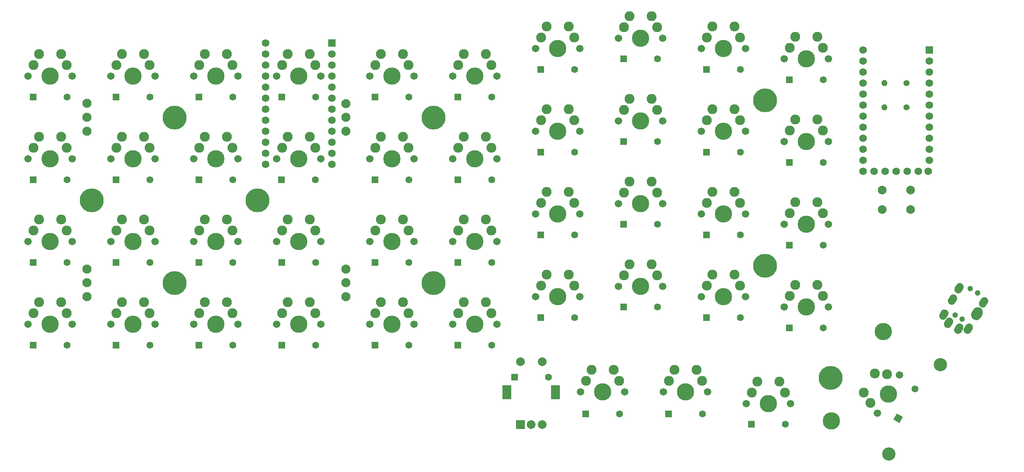
<source format=gbr>
%TF.GenerationSoftware,KiCad,Pcbnew,(5.1.9-0-10_14)*%
%TF.CreationDate,2021-09-05T14:47:07-05:00*%
%TF.ProjectId,wren-universal,7772656e-2d75-46e6-9976-657273616c2e,rev?*%
%TF.SameCoordinates,Original*%
%TF.FileFunction,Soldermask,Top*%
%TF.FilePolarity,Negative*%
%FSLAX46Y46*%
G04 Gerber Fmt 4.6, Leading zero omitted, Abs format (unit mm)*
G04 Created by KiCad (PCBNEW (5.1.9-0-10_14)) date 2021-09-05 14:47:07*
%MOMM*%
%LPD*%
G01*
G04 APERTURE LIST*
%ADD10C,2.100000*%
%ADD11C,1.701800*%
%ADD12C,2.286000*%
%ADD13C,3.987800*%
%ADD14C,1.752600*%
%ADD15R,1.752600X1.752600*%
%ADD16C,5.500000*%
%ADD17C,1.300000*%
%ADD18C,3.048000*%
%ADD19C,1.600000*%
%ADD20R,1.600000X1.600000*%
%ADD21O,1.400000X1.400000*%
%ADD22C,1.400000*%
%ADD23C,0.100000*%
%ADD24C,2.000000*%
%ADD25R,2.000000X3.200000*%
%ADD26R,2.000000X2.000000*%
G04 APERTURE END LIST*
D10*
%TO.C,FID10*%
X57143750Y-113855500D03*
%TD*%
%TO.C,FID11*%
X57143750Y-107505500D03*
%TD*%
%TO.C,FID8*%
X57143750Y-110648750D03*
%TD*%
%TO.C,FID13*%
X57143750Y-75755500D03*
%TD*%
%TO.C,FID12*%
X57143750Y-72548750D03*
%TD*%
%TO.C,FID14*%
X57143750Y-69278500D03*
%TD*%
%TO.C,FID6*%
X116706750Y-75755500D03*
%TD*%
%TO.C,FID5*%
X116706750Y-72548750D03*
%TD*%
%TO.C,FID4*%
X116706750Y-69405500D03*
%TD*%
%TO.C,FID9*%
X116706750Y-113855500D03*
%TD*%
%TO.C,FID15*%
X116706750Y-110648750D03*
%TD*%
%TO.C,FID7*%
X116706750Y-107505500D03*
%TD*%
D11*
%TO.C,MX27*%
X100806250Y-101155500D03*
X110966250Y-101155500D03*
D12*
X102076250Y-98615500D03*
D13*
X105886250Y-101155500D03*
D12*
X108426250Y-96075500D03*
X103346250Y-96075500D03*
X109696250Y-98615500D03*
%TD*%
D14*
%TO.C,U2*%
X98244250Y-55435500D03*
X113484250Y-83375500D03*
X98244250Y-57975500D03*
X98244250Y-60515500D03*
X98244250Y-63055500D03*
X98244250Y-65595500D03*
X98244250Y-68135500D03*
X98244250Y-70675500D03*
X98244250Y-73215500D03*
X98244250Y-75755500D03*
X98244250Y-78295500D03*
X98244250Y-80835500D03*
X98244250Y-83375500D03*
X113484250Y-80835500D03*
X113484250Y-78295500D03*
X113484250Y-75755500D03*
X113484250Y-73215500D03*
X113484250Y-70675500D03*
X113484250Y-68135500D03*
X113484250Y-65595500D03*
X113484250Y-63055500D03*
X113484250Y-60515500D03*
X113484250Y-57975500D03*
D15*
X113484250Y-55435500D03*
%TD*%
D16*
%TO.C,H9*%
X58254250Y-91630500D03*
%TD*%
%TO.C,H8*%
X96342250Y-91630500D03*
%TD*%
%TO.C,J1*%
G36*
G01*
X260557204Y-117442649D02*
X260907204Y-116836431D01*
G75*
G02*
X262546434Y-116397201I1039230J-600000D01*
G01*
X262546434Y-116397201D01*
G75*
G02*
X262985664Y-118036431I-600000J-1039230D01*
G01*
X262635664Y-118642649D01*
G75*
G02*
X260996434Y-119081879I-1039230J600000D01*
G01*
X260996434Y-119081879D01*
G75*
G02*
X260557204Y-117442649I600000J1039230D01*
G01*
G37*
G36*
G01*
X262317011Y-114994573D02*
X262667011Y-114388355D01*
G75*
G02*
X263896434Y-114058932I779423J-450000D01*
G01*
X263896434Y-114058932D01*
G75*
G02*
X264225857Y-115288355I-450000J-779423D01*
G01*
X263875857Y-115894573D01*
G75*
G02*
X262646434Y-116223996I-779423J450000D01*
G01*
X262646434Y-116223996D01*
G75*
G02*
X262317011Y-114994573I450000J779423D01*
G01*
G37*
G36*
G01*
X258817011Y-121056751D02*
X259167011Y-120450533D01*
G75*
G02*
X260396434Y-120121110I779423J-450000D01*
G01*
X260396434Y-120121110D01*
G75*
G02*
X260725857Y-121350533I-450000J-779423D01*
G01*
X260375857Y-121956751D01*
G75*
G02*
X259146434Y-122286174I-779423J450000D01*
G01*
X259146434Y-122286174D01*
G75*
G02*
X258817011Y-121056751I450000J779423D01*
G01*
G37*
G36*
G01*
X254283294Y-119709379D02*
X254633294Y-119103161D01*
G75*
G02*
X255862717Y-118773738I779423J-450000D01*
G01*
X255862717Y-118773738D01*
G75*
G02*
X256192140Y-120003161I-450000J-779423D01*
G01*
X255842140Y-120609379D01*
G75*
G02*
X254612717Y-120938802I-779423J450000D01*
G01*
X254612717Y-120938802D01*
G75*
G02*
X254283294Y-119709379I450000J779423D01*
G01*
G37*
D17*
X258379576Y-119014411D03*
X261879576Y-112952233D03*
X260234127Y-112002233D03*
X256734127Y-118064411D03*
G36*
G01*
X256621563Y-121059379D02*
X256971563Y-120453161D01*
G75*
G02*
X258200986Y-120123738I779423J-450000D01*
G01*
X258200986Y-120123738D01*
G75*
G02*
X258530409Y-121353161I-450000J-779423D01*
G01*
X258180409Y-121959379D01*
G75*
G02*
X256950986Y-122288802I-779423J450000D01*
G01*
X256950986Y-122288802D01*
G75*
G02*
X256621563Y-121059379I450000J779423D01*
G01*
G37*
G36*
G01*
X253187846Y-117806751D02*
X253537846Y-117200533D01*
G75*
G02*
X254767269Y-116871110I779423J-450000D01*
G01*
X254767269Y-116871110D01*
G75*
G02*
X255096692Y-118100533I-450000J-779423D01*
G01*
X254746692Y-118706751D01*
G75*
G02*
X253517269Y-119036174I-779423J450000D01*
G01*
X253517269Y-119036174D01*
G75*
G02*
X253187846Y-117806751I450000J779423D01*
G01*
G37*
G36*
G01*
X256687846Y-111744573D02*
X257037846Y-111138355D01*
G75*
G02*
X258267269Y-110808932I779423J-450000D01*
G01*
X258267269Y-110808932D01*
G75*
G02*
X258596692Y-112038355I-450000J-779423D01*
G01*
X258246692Y-112644573D01*
G75*
G02*
X257017269Y-112973996I-779423J450000D01*
G01*
X257017269Y-112973996D01*
G75*
G02*
X256687846Y-111744573I450000J779423D01*
G01*
G37*
G36*
G01*
X255187846Y-114342649D02*
X255537846Y-113736431D01*
G75*
G02*
X256767269Y-113407008I779423J-450000D01*
G01*
X256767269Y-113407008D01*
G75*
G02*
X257096692Y-114636431I-450000J-779423D01*
G01*
X256746692Y-115242649D01*
G75*
G02*
X255517269Y-115572072I-779423J450000D01*
G01*
X255517269Y-115572072D01*
G75*
G02*
X255187846Y-114342649I450000J779423D01*
G01*
G37*
%TD*%
D11*
%TO.C,MX39*%
X62706250Y-120205500D03*
X72866250Y-120205500D03*
D12*
X63976250Y-117665500D03*
D13*
X67786250Y-120205500D03*
D12*
X70326250Y-115125500D03*
X65246250Y-115125500D03*
X71596250Y-117665500D03*
%TD*%
D11*
%TO.C,MX36*%
X122237500Y-120205500D03*
X132397500Y-120205500D03*
D12*
X123507500Y-117665500D03*
D13*
X127317500Y-120205500D03*
D12*
X129857500Y-115125500D03*
X124777500Y-115125500D03*
X131127500Y-117665500D03*
%TD*%
D18*
%TO.C,FID1*%
X253388187Y-129489548D03*
X241488187Y-150100952D03*
D13*
X240189960Y-121869548D03*
X228289960Y-142480952D03*
%TD*%
D11*
%TO.C,MX21*%
X217487500Y-97186750D03*
X227647500Y-97186750D03*
D12*
X218757500Y-94646750D03*
D13*
X222567500Y-97186750D03*
D12*
X225107500Y-92106750D03*
X220027500Y-92106750D03*
X226377500Y-94646750D03*
%TD*%
D11*
%TO.C,MX41*%
X238849000Y-140702159D03*
X243929000Y-131903341D03*
D12*
X237284295Y-138332307D03*
D13*
X241389000Y-136302750D03*
D12*
X238259591Y-131563045D03*
X235719591Y-135962455D03*
X241094295Y-131733193D03*
%TD*%
D11*
%TO.C,MX10*%
X43656250Y-63055500D03*
X53816250Y-63055500D03*
D12*
X44926250Y-60515500D03*
D13*
X48736250Y-63055500D03*
D12*
X51276250Y-57975500D03*
X46196250Y-57975500D03*
X52546250Y-60515500D03*
%TD*%
D11*
%TO.C,MX15*%
X141287500Y-82105500D03*
X151447500Y-82105500D03*
D12*
X142557500Y-79565500D03*
D13*
X146367500Y-82105500D03*
D12*
X148907500Y-77025500D03*
X143827500Y-77025500D03*
X150177500Y-79565500D03*
%TD*%
D11*
%TO.C,MX44*%
X170650000Y-135794750D03*
X180810000Y-135794750D03*
D12*
X171920000Y-133254750D03*
D13*
X175730000Y-135794750D03*
D12*
X178270000Y-130714750D03*
X173190000Y-130714750D03*
X179540000Y-133254750D03*
%TD*%
D11*
%TO.C,MX43*%
X189700000Y-135794750D03*
X199860000Y-135794750D03*
D12*
X190970000Y-133254750D03*
D13*
X194780000Y-135794750D03*
D12*
X197320000Y-130714750D03*
X192240000Y-130714750D03*
X198590000Y-133254750D03*
%TD*%
D11*
%TO.C,MX42*%
X208750000Y-138461750D03*
X218910000Y-138461750D03*
D12*
X210020000Y-135921750D03*
D13*
X213830000Y-138461750D03*
D12*
X216370000Y-133381750D03*
X211290000Y-133381750D03*
X217640000Y-135921750D03*
%TD*%
D11*
%TO.C,MX40*%
X43656250Y-120205500D03*
X53816250Y-120205500D03*
D12*
X44926250Y-117665500D03*
D13*
X48736250Y-120205500D03*
D12*
X51276250Y-115125500D03*
X46196250Y-115125500D03*
X52546250Y-117665500D03*
%TD*%
D11*
%TO.C,MX38*%
X81756250Y-120205500D03*
X91916250Y-120205500D03*
D12*
X83026250Y-117665500D03*
D13*
X86836250Y-120205500D03*
D12*
X89376250Y-115125500D03*
X84296250Y-115125500D03*
X90646250Y-117665500D03*
%TD*%
D11*
%TO.C,MX37*%
X100806250Y-120205500D03*
X110966250Y-120205500D03*
D12*
X102076250Y-117665500D03*
D13*
X105886250Y-120205500D03*
D12*
X108426250Y-115125500D03*
X103346250Y-115125500D03*
X109696250Y-117665500D03*
%TD*%
D11*
%TO.C,MX35*%
X141287500Y-120205500D03*
X151447500Y-120205500D03*
D12*
X142557500Y-117665500D03*
D13*
X146367500Y-120205500D03*
D12*
X148907500Y-115125500D03*
X143827500Y-115125500D03*
X150177500Y-117665500D03*
%TD*%
D11*
%TO.C,MX34*%
X160337500Y-113855500D03*
X170497500Y-113855500D03*
D12*
X161607500Y-111315500D03*
D13*
X165417500Y-113855500D03*
D12*
X167957500Y-108775500D03*
X162877500Y-108775500D03*
X169227500Y-111315500D03*
%TD*%
D11*
%TO.C,MX33*%
X179387500Y-111474250D03*
X189547500Y-111474250D03*
D12*
X180657500Y-108934250D03*
D13*
X184467500Y-111474250D03*
D12*
X187007500Y-106394250D03*
X181927500Y-106394250D03*
X188277500Y-108934250D03*
%TD*%
D11*
%TO.C,MX32*%
X198437500Y-113855500D03*
X208597500Y-113855500D03*
D12*
X199707500Y-111315500D03*
D13*
X203517500Y-113855500D03*
D12*
X206057500Y-108775500D03*
X200977500Y-108775500D03*
X207327500Y-111315500D03*
%TD*%
D11*
%TO.C,MX31*%
X217487500Y-116236750D03*
X227647500Y-116236750D03*
D12*
X218757500Y-113696750D03*
D13*
X222567500Y-116236750D03*
D12*
X225107500Y-111156750D03*
X220027500Y-111156750D03*
X226377500Y-113696750D03*
%TD*%
D11*
%TO.C,MX30*%
X43656250Y-101155500D03*
X53816250Y-101155500D03*
D12*
X44926250Y-98615500D03*
D13*
X48736250Y-101155500D03*
D12*
X51276250Y-96075500D03*
X46196250Y-96075500D03*
X52546250Y-98615500D03*
%TD*%
D11*
%TO.C,MX29*%
X62706250Y-101155500D03*
X72866250Y-101155500D03*
D12*
X63976250Y-98615500D03*
D13*
X67786250Y-101155500D03*
D12*
X70326250Y-96075500D03*
X65246250Y-96075500D03*
X71596250Y-98615500D03*
%TD*%
D11*
%TO.C,MX28*%
X81756250Y-101155500D03*
X91916250Y-101155500D03*
D12*
X83026250Y-98615500D03*
D13*
X86836250Y-101155500D03*
D12*
X89376250Y-96075500D03*
X84296250Y-96075500D03*
X90646250Y-98615500D03*
%TD*%
D11*
%TO.C,MX26*%
X122237500Y-101155500D03*
X132397500Y-101155500D03*
D12*
X123507500Y-98615500D03*
D13*
X127317500Y-101155500D03*
D12*
X129857500Y-96075500D03*
X124777500Y-96075500D03*
X131127500Y-98615500D03*
%TD*%
D11*
%TO.C,MX25*%
X141287500Y-101155500D03*
X151447500Y-101155500D03*
D12*
X142557500Y-98615500D03*
D13*
X146367500Y-101155500D03*
D12*
X148907500Y-96075500D03*
X143827500Y-96075500D03*
X150177500Y-98615500D03*
%TD*%
D11*
%TO.C,MX24*%
X160337500Y-94805500D03*
X170497500Y-94805500D03*
D12*
X161607500Y-92265500D03*
D13*
X165417500Y-94805500D03*
D12*
X167957500Y-89725500D03*
X162877500Y-89725500D03*
X169227500Y-92265500D03*
%TD*%
D11*
%TO.C,MX23*%
X179387500Y-92424250D03*
X189547500Y-92424250D03*
D12*
X180657500Y-89884250D03*
D13*
X184467500Y-92424250D03*
D12*
X187007500Y-87344250D03*
X181927500Y-87344250D03*
X188277500Y-89884250D03*
%TD*%
D11*
%TO.C,MX22*%
X198437500Y-94805500D03*
X208597500Y-94805500D03*
D12*
X199707500Y-92265500D03*
D13*
X203517500Y-94805500D03*
D12*
X206057500Y-89725500D03*
X200977500Y-89725500D03*
X207327500Y-92265500D03*
%TD*%
D11*
%TO.C,MX20*%
X43656250Y-82105500D03*
X53816250Y-82105500D03*
D12*
X44926250Y-79565500D03*
D13*
X48736250Y-82105500D03*
D12*
X51276250Y-77025500D03*
X46196250Y-77025500D03*
X52546250Y-79565500D03*
%TD*%
D11*
%TO.C,MX19*%
X62706250Y-82105500D03*
X72866250Y-82105500D03*
D12*
X63976250Y-79565500D03*
D13*
X67786250Y-82105500D03*
D12*
X70326250Y-77025500D03*
X65246250Y-77025500D03*
X71596250Y-79565500D03*
%TD*%
D11*
%TO.C,MX18*%
X81756250Y-82105500D03*
X91916250Y-82105500D03*
D12*
X83026250Y-79565500D03*
D13*
X86836250Y-82105500D03*
D12*
X89376250Y-77025500D03*
X84296250Y-77025500D03*
X90646250Y-79565500D03*
%TD*%
D11*
%TO.C,MX17*%
X100806250Y-82105500D03*
X110966250Y-82105500D03*
D12*
X102076250Y-79565500D03*
D13*
X105886250Y-82105500D03*
D12*
X108426250Y-77025500D03*
X103346250Y-77025500D03*
X109696250Y-79565500D03*
%TD*%
D11*
%TO.C,MX16*%
X122237500Y-82105500D03*
X132397500Y-82105500D03*
D12*
X123507500Y-79565500D03*
D13*
X127317500Y-82105500D03*
D12*
X129857500Y-77025500D03*
X124777500Y-77025500D03*
X131127500Y-79565500D03*
%TD*%
D11*
%TO.C,MX14*%
X160337500Y-75755500D03*
X170497500Y-75755500D03*
D12*
X161607500Y-73215500D03*
D13*
X165417500Y-75755500D03*
D12*
X167957500Y-70675500D03*
X162877500Y-70675500D03*
X169227500Y-73215500D03*
%TD*%
D11*
%TO.C,MX13*%
X179387500Y-73374250D03*
X189547500Y-73374250D03*
D12*
X180657500Y-70834250D03*
D13*
X184467500Y-73374250D03*
D12*
X187007500Y-68294250D03*
X181927500Y-68294250D03*
X188277500Y-70834250D03*
%TD*%
D11*
%TO.C,MX12*%
X198437500Y-75755500D03*
X208597500Y-75755500D03*
D12*
X199707500Y-73215500D03*
D13*
X203517500Y-75755500D03*
D12*
X206057500Y-70675500D03*
X200977500Y-70675500D03*
X207327500Y-73215500D03*
%TD*%
D11*
%TO.C,MX11*%
X217487500Y-78136750D03*
X227647500Y-78136750D03*
D12*
X218757500Y-75596750D03*
D13*
X222567500Y-78136750D03*
D12*
X225107500Y-73056750D03*
X220027500Y-73056750D03*
X226377500Y-75596750D03*
%TD*%
D11*
%TO.C,MX9*%
X62706250Y-63055500D03*
X72866250Y-63055500D03*
D12*
X63976250Y-60515500D03*
D13*
X67786250Y-63055500D03*
D12*
X70326250Y-57975500D03*
X65246250Y-57975500D03*
X71596250Y-60515500D03*
%TD*%
D11*
%TO.C,MX8*%
X81756250Y-63055500D03*
X91916250Y-63055500D03*
D12*
X83026250Y-60515500D03*
D13*
X86836250Y-63055500D03*
D12*
X89376250Y-57975500D03*
X84296250Y-57975500D03*
X90646250Y-60515500D03*
%TD*%
D11*
%TO.C,MX7*%
X100806250Y-63055500D03*
X110966250Y-63055500D03*
D12*
X102076250Y-60515500D03*
D13*
X105886250Y-63055500D03*
D12*
X108426250Y-57975500D03*
X103346250Y-57975500D03*
X109696250Y-60515500D03*
%TD*%
D11*
%TO.C,MX6*%
X122237500Y-63055500D03*
X132397500Y-63055500D03*
D12*
X123507500Y-60515500D03*
D13*
X127317500Y-63055500D03*
D12*
X129857500Y-57975500D03*
X124777500Y-57975500D03*
X131127500Y-60515500D03*
%TD*%
D11*
%TO.C,MX5*%
X141287500Y-63055500D03*
X151447500Y-63055500D03*
D12*
X142557500Y-60515500D03*
D13*
X146367500Y-63055500D03*
D12*
X148907500Y-57975500D03*
X143827500Y-57975500D03*
X150177500Y-60515500D03*
%TD*%
D11*
%TO.C,MX4*%
X160337500Y-56705500D03*
X170497500Y-56705500D03*
D12*
X161607500Y-54165500D03*
D13*
X165417500Y-56705500D03*
D12*
X167957500Y-51625500D03*
X162877500Y-51625500D03*
X169227500Y-54165500D03*
%TD*%
D11*
%TO.C,MX3*%
X179387500Y-54324250D03*
X189547500Y-54324250D03*
D12*
X180657500Y-51784250D03*
D13*
X184467500Y-54324250D03*
D12*
X187007500Y-49244250D03*
X181927500Y-49244250D03*
X188277500Y-51784250D03*
%TD*%
D11*
%TO.C,MX2*%
X198437500Y-56705500D03*
X208597500Y-56705500D03*
D12*
X199707500Y-54165500D03*
D13*
X203517500Y-56705500D03*
D12*
X206057500Y-51625500D03*
X200977500Y-51625500D03*
X207327500Y-54165500D03*
%TD*%
D11*
%TO.C,MX1*%
X217487500Y-59086750D03*
X227647500Y-59086750D03*
D12*
X218757500Y-56546750D03*
D13*
X222567500Y-59086750D03*
D12*
X225107500Y-54006750D03*
X220027500Y-54006750D03*
X226377500Y-56546750D03*
%TD*%
D14*
%TO.C,U1*%
X248285000Y-84963000D03*
X245745000Y-84963000D03*
X243205000Y-84963000D03*
X240665000Y-84963000D03*
X238125000Y-84963000D03*
X235585000Y-57023000D03*
X250596400Y-84963000D03*
X235585000Y-59563000D03*
X235585000Y-62103000D03*
X235585000Y-64643000D03*
X235585000Y-67183000D03*
X235585000Y-69723000D03*
X235585000Y-72263000D03*
X235585000Y-74803000D03*
X235585000Y-77343000D03*
X235585000Y-79883000D03*
X235585000Y-82423000D03*
X235585000Y-84963000D03*
X250825000Y-82423000D03*
X250825000Y-79883000D03*
X250825000Y-77343000D03*
X250825000Y-74803000D03*
X250825000Y-72263000D03*
X250825000Y-69723000D03*
X250825000Y-67183000D03*
X250825000Y-64643000D03*
X250825000Y-62103000D03*
X250825000Y-59563000D03*
D15*
X250825000Y-57023000D03*
%TD*%
D19*
%TO.C,D43*%
X198680000Y-140843000D03*
D20*
X190880000Y-140843000D03*
%TD*%
D16*
%TO.C,H7*%
X228155500Y-132556250D03*
%TD*%
%TO.C,H6*%
X213042500Y-106711750D03*
%TD*%
%TO.C,H5*%
X136842500Y-110680500D03*
%TD*%
%TO.C,H4*%
X77305000Y-110680500D03*
%TD*%
%TO.C,H3*%
X213042500Y-68611750D03*
%TD*%
%TO.C,H2*%
X136842500Y-72580500D03*
%TD*%
%TO.C,H1*%
X77305000Y-72580500D03*
%TD*%
D21*
%TO.C,R2*%
X240490000Y-70199250D03*
D22*
X245570000Y-70199250D03*
%TD*%
D21*
%TO.C,R1*%
X240490000Y-64643000D03*
D22*
X245570000Y-64643000D03*
%TD*%
D19*
%TO.C,D45*%
X163247000Y-132365750D03*
D20*
X155447000Y-132365750D03*
%TD*%
D19*
%TO.C,D44*%
X179630000Y-140843000D03*
D20*
X171830000Y-140843000D03*
%TD*%
D19*
%TO.C,D42*%
X217730000Y-143224250D03*
D20*
X209930000Y-143224250D03*
%TD*%
D19*
%TO.C,D41*%
X247523000Y-135084251D03*
D23*
G36*
X243915820Y-142932069D02*
G01*
X242530180Y-142132069D01*
X243330180Y-140746429D01*
X244715820Y-141546429D01*
X243915820Y-142932069D01*
G37*
%TD*%
D19*
%TO.C,D40*%
X52630000Y-124968000D03*
D20*
X44830000Y-124968000D03*
%TD*%
D19*
%TO.C,D39*%
X71680000Y-124968000D03*
D20*
X63880000Y-124968000D03*
%TD*%
D19*
%TO.C,D38*%
X90730000Y-124968000D03*
D20*
X82930000Y-124968000D03*
%TD*%
D19*
%TO.C,D37*%
X109780000Y-124968000D03*
D20*
X101980000Y-124968000D03*
%TD*%
D19*
%TO.C,D36*%
X131211250Y-124968000D03*
D20*
X123411250Y-124968000D03*
%TD*%
D19*
%TO.C,D35*%
X150261250Y-124968000D03*
D20*
X142461250Y-124968000D03*
%TD*%
D19*
%TO.C,D34*%
X169311250Y-118618000D03*
D20*
X161511250Y-118618000D03*
%TD*%
D19*
%TO.C,D33*%
X188361250Y-116236750D03*
D20*
X180561250Y-116236750D03*
%TD*%
D19*
%TO.C,D32*%
X207411250Y-118618000D03*
D20*
X199611250Y-118618000D03*
%TD*%
D19*
%TO.C,D31*%
X226461250Y-120999250D03*
D20*
X218661250Y-120999250D03*
%TD*%
D19*
%TO.C,D30*%
X52630000Y-105918000D03*
D20*
X44830000Y-105918000D03*
%TD*%
D19*
%TO.C,D29*%
X71680000Y-105918000D03*
D20*
X63880000Y-105918000D03*
%TD*%
D19*
%TO.C,D28*%
X90730000Y-105918000D03*
D20*
X82930000Y-105918000D03*
%TD*%
D19*
%TO.C,D27*%
X109780000Y-105918000D03*
D20*
X101980000Y-105918000D03*
%TD*%
D19*
%TO.C,D26*%
X131211250Y-105918000D03*
D20*
X123411250Y-105918000D03*
%TD*%
D19*
%TO.C,D25*%
X150261250Y-105918000D03*
D20*
X142461250Y-105918000D03*
%TD*%
D19*
%TO.C,D24*%
X169311250Y-99568000D03*
D20*
X161511250Y-99568000D03*
%TD*%
D19*
%TO.C,D23*%
X188361250Y-97186750D03*
D20*
X180561250Y-97186750D03*
%TD*%
D19*
%TO.C,D22*%
X207411250Y-99568000D03*
D20*
X199611250Y-99568000D03*
%TD*%
D19*
%TO.C,D21*%
X226461250Y-101949250D03*
D20*
X218661250Y-101949250D03*
%TD*%
D19*
%TO.C,D20*%
X52630000Y-86868000D03*
D20*
X44830000Y-86868000D03*
%TD*%
D19*
%TO.C,D19*%
X71680000Y-86868000D03*
D20*
X63880000Y-86868000D03*
%TD*%
D19*
%TO.C,D18*%
X90730000Y-86868000D03*
D20*
X82930000Y-86868000D03*
%TD*%
D19*
%TO.C,D17*%
X109653000Y-86868000D03*
D20*
X101853000Y-86868000D03*
%TD*%
D19*
%TO.C,D16*%
X131211250Y-86868000D03*
D20*
X123411250Y-86868000D03*
%TD*%
D19*
%TO.C,D15*%
X150261250Y-86868000D03*
D20*
X142461250Y-86868000D03*
%TD*%
D19*
%TO.C,D14*%
X169311250Y-80518000D03*
D20*
X161511250Y-80518000D03*
%TD*%
D19*
%TO.C,D13*%
X188361250Y-78136750D03*
D20*
X180561250Y-78136750D03*
%TD*%
D19*
%TO.C,D12*%
X207411250Y-80518000D03*
D20*
X199611250Y-80518000D03*
%TD*%
D19*
%TO.C,D11*%
X226461250Y-82899250D03*
D20*
X218661250Y-82899250D03*
%TD*%
D19*
%TO.C,D10*%
X52630000Y-67818000D03*
D20*
X44830000Y-67818000D03*
%TD*%
D19*
%TO.C,D9*%
X71680000Y-67818000D03*
D20*
X63880000Y-67818000D03*
%TD*%
D19*
%TO.C,D8*%
X90730000Y-67818000D03*
D20*
X82930000Y-67818000D03*
%TD*%
D19*
%TO.C,D7*%
X109780000Y-67818000D03*
D20*
X101980000Y-67818000D03*
%TD*%
D19*
%TO.C,D6*%
X131211250Y-67818000D03*
D20*
X123411250Y-67818000D03*
%TD*%
D19*
%TO.C,D5*%
X150261250Y-67818000D03*
D20*
X142461250Y-67818000D03*
%TD*%
D19*
%TO.C,D4*%
X169311250Y-61468000D03*
D20*
X161511250Y-61468000D03*
%TD*%
D19*
%TO.C,D3*%
X188361250Y-59086750D03*
D20*
X180561250Y-59086750D03*
%TD*%
D19*
%TO.C,D2*%
X207411250Y-61468000D03*
D20*
X199611250Y-61468000D03*
%TD*%
D19*
%TO.C,D1*%
X226461250Y-63849250D03*
D20*
X218661250Y-63849250D03*
%TD*%
D24*
%TO.C,ENC1*%
X161807000Y-128809750D03*
X156807000Y-128809750D03*
D25*
X164907000Y-135809750D03*
X153707000Y-135809750D03*
D24*
X161807000Y-143309750D03*
X159307000Y-143309750D03*
D26*
X156807000Y-143309750D03*
%TD*%
D24*
%TO.C,SW0*%
X246466500Y-89249250D03*
X246466500Y-93749250D03*
X239966500Y-89249250D03*
X239966500Y-93749250D03*
%TD*%
M02*

</source>
